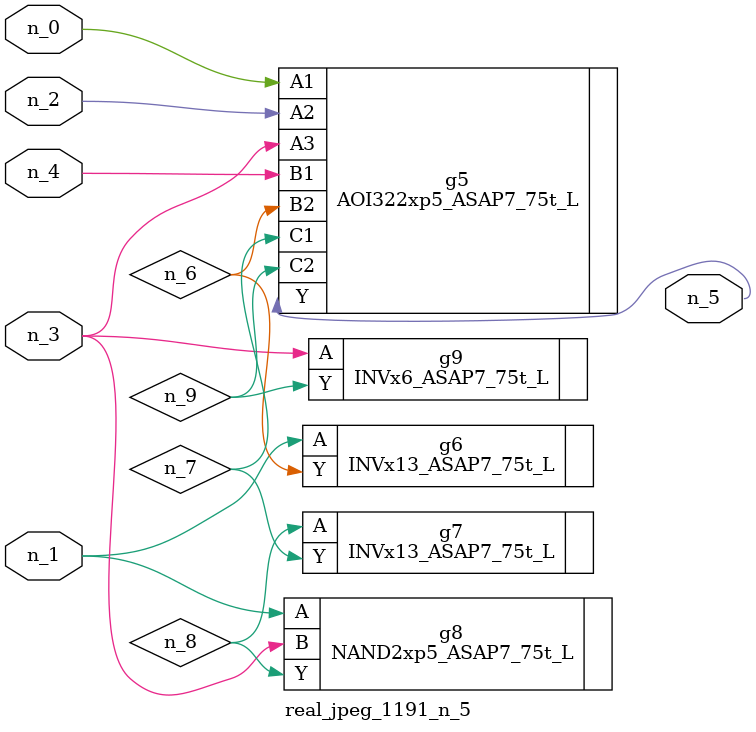
<source format=v>
module real_jpeg_1191_n_5 (n_4, n_0, n_1, n_2, n_3, n_5);

input n_4;
input n_0;
input n_1;
input n_2;
input n_3;

output n_5;

wire n_8;
wire n_6;
wire n_7;
wire n_9;

AOI322xp5_ASAP7_75t_L g5 ( 
.A1(n_0),
.A2(n_2),
.A3(n_3),
.B1(n_4),
.B2(n_6),
.C1(n_7),
.C2(n_9),
.Y(n_5)
);

INVx13_ASAP7_75t_L g6 ( 
.A(n_1),
.Y(n_6)
);

NAND2xp5_ASAP7_75t_L g8 ( 
.A(n_1),
.B(n_3),
.Y(n_8)
);

INVx6_ASAP7_75t_L g9 ( 
.A(n_3),
.Y(n_9)
);

INVx13_ASAP7_75t_L g7 ( 
.A(n_8),
.Y(n_7)
);


endmodule
</source>
